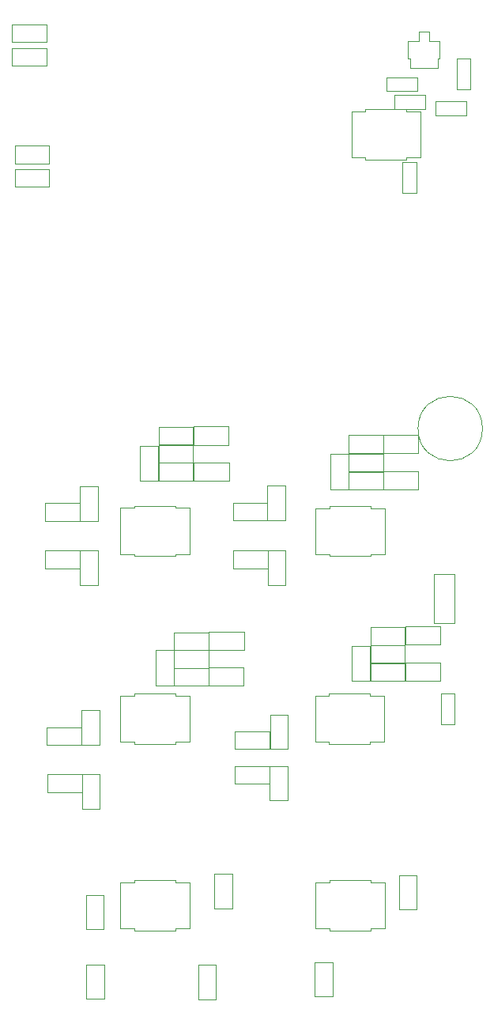
<source format=gbr>
%TF.GenerationSoftware,KiCad,Pcbnew,9.0.2-9.0.2-0~ubuntu24.04.1*%
%TF.CreationDate,2025-05-30T10:59:00-03:00*%
%TF.ProjectId,MSG25,4d534732-352e-46b6-9963-61645f706362,rev?*%
%TF.SameCoordinates,Original*%
%TF.FileFunction,Other,User*%
%FSLAX46Y46*%
G04 Gerber Fmt 4.6, Leading zero omitted, Abs format (unit mm)*
G04 Created by KiCad (PCBNEW 9.0.2-9.0.2-0~ubuntu24.04.1) date 2025-05-30 10:59:00*
%MOMM*%
%LPD*%
G01*
G04 APERTURE LIST*
%ADD10C,0.050000*%
G04 APERTURE END LIST*
D10*
%TO.C,R35*%
X115760000Y-49275000D02*
X115760000Y-51175000D01*
X115760000Y-51175000D02*
X119460000Y-51175000D01*
X119460000Y-49275000D02*
X115760000Y-49275000D01*
X119460000Y-51175000D02*
X119460000Y-49275000D01*
%TO.C,C10*%
X155530000Y-97145000D02*
X155530000Y-99105000D01*
X155530000Y-99105000D02*
X159290000Y-99105000D01*
X159290000Y-97145000D02*
X155530000Y-97145000D01*
X159290000Y-99105000D02*
X159290000Y-97145000D01*
%TO.C,C7*%
X129430000Y-94395000D02*
X129430000Y-98155000D01*
X129430000Y-98155000D02*
X131390000Y-98155000D01*
X131390000Y-94395000D02*
X129430000Y-94395000D01*
X131390000Y-98155000D02*
X131390000Y-94395000D01*
%TO.C,R26*%
X151810000Y-93275000D02*
X151810000Y-95175000D01*
X151810000Y-95175000D02*
X155510000Y-95175000D01*
X155510000Y-93275000D02*
X151810000Y-93275000D01*
X155510000Y-95175000D02*
X155510000Y-93275000D01*
%TO.C,U6*%
X148235000Y-121190000D02*
X148235000Y-126110000D01*
X148235000Y-126110000D02*
X149735000Y-126110000D01*
X149735000Y-120950000D02*
X149735000Y-121190000D01*
X149735000Y-121190000D02*
X148235000Y-121190000D01*
X149735000Y-126110000D02*
X149735000Y-126350000D01*
X149735000Y-126350000D02*
X154135000Y-126350000D01*
X154135000Y-120950000D02*
X149735000Y-120950000D01*
X154135000Y-121190000D02*
X154135000Y-120950000D01*
X154135000Y-126110000D02*
X155635000Y-126110000D01*
X154135000Y-126350000D02*
X154135000Y-126110000D01*
X155635000Y-121190000D02*
X154135000Y-121190000D01*
X155635000Y-126110000D02*
X155635000Y-121190000D01*
%TO.C,H102*%
X166150000Y-92555000D02*
G75*
G02*
X159250000Y-92555000I-3450000J0D01*
G01*
X159250000Y-92555000D02*
G75*
G02*
X166150000Y-92555000I3450000J0D01*
G01*
%TO.C,D109*%
X160960000Y-108125000D02*
X160960000Y-113425000D01*
X160960000Y-113425000D02*
X163160000Y-113425000D01*
X163160000Y-108125000D02*
X160960000Y-108125000D01*
X163160000Y-113425000D02*
X163160000Y-108125000D01*
%TO.C,C14*%
X157880000Y-113745000D02*
X157880000Y-115705000D01*
X157880000Y-115705000D02*
X161640000Y-115705000D01*
X161640000Y-113745000D02*
X157880000Y-113745000D01*
X161640000Y-115705000D02*
X161640000Y-113745000D01*
%TO.C,C12*%
X131130000Y-116295000D02*
X131130000Y-120055000D01*
X131130000Y-120055000D02*
X133090000Y-120055000D01*
X133090000Y-116295000D02*
X131130000Y-116295000D01*
X133090000Y-120055000D02*
X133090000Y-116295000D01*
%TO.C,C101*%
X161680000Y-120925000D02*
X161680000Y-124225000D01*
X161680000Y-124225000D02*
X163140000Y-124225000D01*
X163140000Y-120925000D02*
X161680000Y-120925000D01*
X163140000Y-124225000D02*
X163140000Y-120925000D01*
%TO.C,R29*%
X133110000Y-114375000D02*
X133110000Y-116275000D01*
X133110000Y-116275000D02*
X136810000Y-116275000D01*
X136810000Y-114375000D02*
X133110000Y-114375000D01*
X136810000Y-116275000D02*
X136810000Y-114375000D01*
%TO.C,C6*%
X155530000Y-93245000D02*
X155530000Y-95205000D01*
X155530000Y-95205000D02*
X159290000Y-95205000D01*
X159290000Y-93245000D02*
X155530000Y-93245000D01*
X159290000Y-95205000D02*
X159290000Y-93245000D01*
%TO.C,R128*%
X155910000Y-54965000D02*
X155910000Y-56425000D01*
X155910000Y-56425000D02*
X159210000Y-56425000D01*
X159210000Y-54965000D02*
X155910000Y-54965000D01*
X159210000Y-56425000D02*
X159210000Y-54965000D01*
%TO.C,R5*%
X119560000Y-129575000D02*
X119560000Y-131475000D01*
X119560000Y-131475000D02*
X123260000Y-131475000D01*
X123260000Y-129575000D02*
X119560000Y-129575000D01*
X123260000Y-131475000D02*
X123260000Y-129575000D01*
%TO.C,R38*%
X116060000Y-64775000D02*
X116060000Y-66675000D01*
X116060000Y-66675000D02*
X119760000Y-66675000D01*
X119760000Y-64775000D02*
X116060000Y-64775000D01*
X119760000Y-66675000D02*
X119760000Y-64775000D01*
%TO.C,R19*%
X119510000Y-124525000D02*
X119510000Y-126425000D01*
X119510000Y-126425000D02*
X123210000Y-126425000D01*
X123210000Y-124525000D02*
X119510000Y-124525000D01*
X123210000Y-126425000D02*
X123210000Y-124525000D01*
%TO.C,C13*%
X136830000Y-118145000D02*
X136830000Y-120105000D01*
X136830000Y-120105000D02*
X140590000Y-120105000D01*
X140590000Y-118145000D02*
X136830000Y-118145000D01*
X140590000Y-120105000D02*
X140590000Y-118145000D01*
%TO.C,R20*%
X123210000Y-122725000D02*
X123210000Y-126425000D01*
X123210000Y-126425000D02*
X125110000Y-126425000D01*
X125110000Y-122725000D02*
X123210000Y-122725000D01*
X125110000Y-126425000D02*
X125110000Y-122725000D01*
%TO.C,U3*%
X127385000Y-141140000D02*
X127385000Y-146060000D01*
X127385000Y-146060000D02*
X128885000Y-146060000D01*
X128885000Y-140900000D02*
X128885000Y-141140000D01*
X128885000Y-141140000D02*
X127385000Y-141140000D01*
X128885000Y-146060000D02*
X128885000Y-146300000D01*
X128885000Y-146300000D02*
X133285000Y-146300000D01*
X133285000Y-140900000D02*
X128885000Y-140900000D01*
X133285000Y-141140000D02*
X133285000Y-140900000D01*
X133285000Y-146060000D02*
X134785000Y-146060000D01*
X133285000Y-146300000D02*
X133285000Y-146060000D01*
X134785000Y-141140000D02*
X133285000Y-141140000D01*
X134785000Y-146060000D02*
X134785000Y-141140000D01*
%TO.C,R17*%
X139410000Y-100475000D02*
X139410000Y-102375000D01*
X139410000Y-102375000D02*
X143110000Y-102375000D01*
X143110000Y-100475000D02*
X139410000Y-100475000D01*
X143110000Y-102375000D02*
X143110000Y-100475000D01*
%TO.C,R4*%
X143160000Y-105625000D02*
X143160000Y-109325000D01*
X143160000Y-109325000D02*
X145060000Y-109325000D01*
X145060000Y-105625000D02*
X143160000Y-105625000D01*
X145060000Y-109325000D02*
X145060000Y-105625000D01*
%TO.C,R33*%
X154160000Y-115755000D02*
X154160000Y-117655000D01*
X154160000Y-117655000D02*
X157860000Y-117655000D01*
X157860000Y-115755000D02*
X154160000Y-115755000D01*
X157860000Y-117655000D02*
X157860000Y-115755000D01*
%TO.C,R21*%
X139660000Y-124975000D02*
X139660000Y-126875000D01*
X139660000Y-126875000D02*
X143360000Y-126875000D01*
X143360000Y-124975000D02*
X139660000Y-124975000D01*
X143360000Y-126875000D02*
X143360000Y-124975000D01*
%TO.C,C9*%
X135230000Y-96195000D02*
X135230000Y-98155000D01*
X135230000Y-98155000D02*
X138990000Y-98155000D01*
X138990000Y-96195000D02*
X135230000Y-96195000D01*
X138990000Y-98155000D02*
X138990000Y-96195000D01*
%TO.C,R8*%
X143360000Y-128675000D02*
X143360000Y-132375000D01*
X143360000Y-132375000D02*
X145260000Y-132375000D01*
X145260000Y-128675000D02*
X143360000Y-128675000D01*
X145260000Y-132375000D02*
X145260000Y-128675000D01*
%TO.C,R15*%
X157210000Y-140375000D02*
X157210000Y-144075000D01*
X157210000Y-144075000D02*
X159110000Y-144075000D01*
X159110000Y-140375000D02*
X157210000Y-140375000D01*
X159110000Y-144075000D02*
X159110000Y-140375000D01*
%TO.C,R3*%
X139460000Y-105625000D02*
X139460000Y-107525000D01*
X139460000Y-107525000D02*
X143160000Y-107525000D01*
X143160000Y-105625000D02*
X139460000Y-105625000D01*
X143160000Y-107525000D02*
X143160000Y-105625000D01*
%TO.C,R10*%
X137460000Y-140225000D02*
X137460000Y-143925000D01*
X137460000Y-143925000D02*
X139360000Y-143925000D01*
X139360000Y-140225000D02*
X137460000Y-140225000D01*
X139360000Y-143925000D02*
X139360000Y-140225000D01*
%TO.C,R30*%
X133110000Y-116275000D02*
X133110000Y-118175000D01*
X133110000Y-118175000D02*
X136810000Y-118175000D01*
X136810000Y-116275000D02*
X133110000Y-116275000D01*
X136810000Y-118175000D02*
X136810000Y-116275000D01*
%TO.C,R23*%
X131460000Y-92375000D02*
X131460000Y-94275000D01*
X131460000Y-94275000D02*
X135160000Y-94275000D01*
X135160000Y-92375000D02*
X131460000Y-92375000D01*
X135160000Y-94275000D02*
X135160000Y-92375000D01*
%TO.C,D107*%
X158190000Y-51097500D02*
X158190000Y-52897500D01*
X158190000Y-52897500D02*
X158390000Y-52897500D01*
X158390000Y-52897500D02*
X158390000Y-53927500D01*
X158390000Y-53927500D02*
X161390000Y-53927500D01*
X159340000Y-50067500D02*
X159340000Y-51097500D01*
X159340000Y-51097500D02*
X158190000Y-51097500D01*
X160440000Y-50067500D02*
X159340000Y-50067500D01*
X160440000Y-51097500D02*
X160440000Y-50067500D01*
X161390000Y-52897500D02*
X161590000Y-52897500D01*
X161390000Y-53927500D02*
X161390000Y-52897500D01*
X161590000Y-51097500D02*
X160440000Y-51097500D01*
X161590000Y-52897500D02*
X161590000Y-51097500D01*
%TO.C,R25*%
X131460000Y-96225000D02*
X131460000Y-98125000D01*
X131460000Y-98125000D02*
X135160000Y-98125000D01*
X135160000Y-96225000D02*
X131460000Y-96225000D01*
X135160000Y-98125000D02*
X135160000Y-96225000D01*
%TO.C,R14*%
X148210000Y-149675000D02*
X148210000Y-153375000D01*
X148210000Y-153375000D02*
X150110000Y-153375000D01*
X150110000Y-149675000D02*
X148210000Y-149675000D01*
X150110000Y-153375000D02*
X150110000Y-149675000D01*
%TO.C,U501*%
X152110000Y-58615000D02*
X152110000Y-63535000D01*
X152110000Y-63535000D02*
X153610000Y-63535000D01*
X153610000Y-58375000D02*
X153610000Y-58615000D01*
X153610000Y-58615000D02*
X152110000Y-58615000D01*
X153610000Y-63535000D02*
X153610000Y-63775000D01*
X153610000Y-63775000D02*
X158010000Y-63775000D01*
X158010000Y-58375000D02*
X153610000Y-58375000D01*
X158010000Y-58615000D02*
X158010000Y-58375000D01*
X158010000Y-63535000D02*
X159510000Y-63535000D01*
X158010000Y-63775000D02*
X158010000Y-63535000D01*
X159510000Y-58615000D02*
X158010000Y-58615000D01*
X159510000Y-63535000D02*
X159510000Y-58615000D01*
%TO.C,R125*%
X161130000Y-57535000D02*
X161130000Y-58995000D01*
X161130000Y-58995000D02*
X164430000Y-58995000D01*
X164430000Y-57535000D02*
X161130000Y-57535000D01*
X164430000Y-58995000D02*
X164430000Y-57535000D01*
%TO.C,R11*%
X123710000Y-149925000D02*
X123710000Y-153625000D01*
X123710000Y-153625000D02*
X125610000Y-153625000D01*
X125610000Y-149925000D02*
X123710000Y-149925000D01*
X125610000Y-153625000D02*
X125610000Y-149925000D01*
%TO.C,R124*%
X157610000Y-64015000D02*
X157610000Y-67315000D01*
X157610000Y-67315000D02*
X159070000Y-67315000D01*
X159070000Y-64015000D02*
X157610000Y-64015000D01*
X159070000Y-67315000D02*
X159070000Y-64015000D01*
%TO.C,R28*%
X151810000Y-97175000D02*
X151810000Y-99075000D01*
X151810000Y-99075000D02*
X155510000Y-99075000D01*
X155510000Y-97175000D02*
X151810000Y-97175000D01*
X155510000Y-99075000D02*
X155510000Y-97175000D01*
%TO.C,U1*%
X127385000Y-101060000D02*
X127385000Y-105980000D01*
X127385000Y-105980000D02*
X128885000Y-105980000D01*
X128885000Y-100820000D02*
X128885000Y-101060000D01*
X128885000Y-101060000D02*
X127385000Y-101060000D01*
X128885000Y-105980000D02*
X128885000Y-106220000D01*
X128885000Y-106220000D02*
X133285000Y-106220000D01*
X133285000Y-100820000D02*
X128885000Y-100820000D01*
X133285000Y-101060000D02*
X133285000Y-100820000D01*
X133285000Y-105980000D02*
X134785000Y-105980000D01*
X133285000Y-106220000D02*
X133285000Y-105980000D01*
X134785000Y-101060000D02*
X133285000Y-101060000D01*
X134785000Y-105980000D02*
X134785000Y-101060000D01*
%TO.C,R126*%
X156700000Y-56865000D02*
X156700000Y-58325000D01*
X156700000Y-58325000D02*
X160000000Y-58325000D01*
X160000000Y-56865000D02*
X156700000Y-56865000D01*
X160000000Y-58325000D02*
X160000000Y-56865000D01*
%TO.C,C8*%
X149830000Y-95307500D02*
X149830000Y-99067500D01*
X149830000Y-99067500D02*
X151790000Y-99067500D01*
X151790000Y-95307500D02*
X149830000Y-95307500D01*
X151790000Y-99067500D02*
X151790000Y-95307500D01*
%TO.C,R34*%
X154160000Y-117675000D02*
X154160000Y-119575000D01*
X154160000Y-119575000D02*
X157860000Y-119575000D01*
X157860000Y-117675000D02*
X154160000Y-117675000D01*
X157860000Y-119575000D02*
X157860000Y-117675000D01*
%TO.C,R6*%
X123260000Y-129575000D02*
X123260000Y-133275000D01*
X123260000Y-133275000D02*
X125160000Y-133275000D01*
X125160000Y-129575000D02*
X123260000Y-129575000D01*
X125160000Y-133275000D02*
X125160000Y-129575000D01*
%TO.C,R1*%
X119310000Y-105625000D02*
X119310000Y-107525000D01*
X119310000Y-107525000D02*
X123010000Y-107525000D01*
X123010000Y-105625000D02*
X119310000Y-105625000D01*
X123010000Y-107525000D02*
X123010000Y-105625000D01*
%TO.C,R12*%
X123060000Y-98725000D02*
X123060000Y-102425000D01*
X123060000Y-102425000D02*
X124960000Y-102425000D01*
X124960000Y-98725000D02*
X123060000Y-98725000D01*
X124960000Y-102425000D02*
X124960000Y-98725000D01*
%TO.C,R7*%
X139660000Y-128675000D02*
X139660000Y-130575000D01*
X139660000Y-130575000D02*
X143360000Y-130575000D01*
X143360000Y-128675000D02*
X139660000Y-128675000D01*
X143360000Y-130575000D02*
X143360000Y-128675000D01*
%TO.C,C15*%
X152167500Y-115807500D02*
X152167500Y-119567500D01*
X152167500Y-119567500D02*
X154127500Y-119567500D01*
X154127500Y-115807500D02*
X152167500Y-115807500D01*
X154127500Y-119567500D02*
X154127500Y-115807500D01*
%TO.C,R32*%
X154160000Y-113825000D02*
X154160000Y-115725000D01*
X154160000Y-115725000D02*
X157860000Y-115725000D01*
X157860000Y-113825000D02*
X154160000Y-113825000D01*
X157860000Y-115725000D02*
X157860000Y-113825000D01*
%TO.C,R36*%
X115760000Y-51825000D02*
X115760000Y-53725000D01*
X115760000Y-53725000D02*
X119460000Y-53725000D01*
X119460000Y-51825000D02*
X115760000Y-51825000D01*
X119460000Y-53725000D02*
X119460000Y-51825000D01*
%TO.C,C16*%
X157880000Y-117645000D02*
X157880000Y-119605000D01*
X157880000Y-119605000D02*
X161640000Y-119605000D01*
X161640000Y-117645000D02*
X157880000Y-117645000D01*
X161640000Y-119605000D02*
X161640000Y-117645000D01*
%TO.C,R13*%
X123660000Y-142475000D02*
X123660000Y-146175000D01*
X123660000Y-146175000D02*
X125560000Y-146175000D01*
X125560000Y-142475000D02*
X123660000Y-142475000D01*
X125560000Y-146175000D02*
X125560000Y-142475000D01*
%TO.C,U4*%
X148285000Y-141150000D02*
X148285000Y-146070000D01*
X148285000Y-146070000D02*
X149785000Y-146070000D01*
X149785000Y-140910000D02*
X149785000Y-141150000D01*
X149785000Y-141150000D02*
X148285000Y-141150000D01*
X149785000Y-146070000D02*
X149785000Y-146310000D01*
X149785000Y-146310000D02*
X154185000Y-146310000D01*
X154185000Y-140910000D02*
X149785000Y-140910000D01*
X154185000Y-141150000D02*
X154185000Y-140910000D01*
X154185000Y-146070000D02*
X155685000Y-146070000D01*
X154185000Y-146310000D02*
X154185000Y-146070000D01*
X155685000Y-141150000D02*
X154185000Y-141150000D01*
X155685000Y-146070000D02*
X155685000Y-141150000D01*
%TO.C,R27*%
X151810000Y-95225000D02*
X151810000Y-97125000D01*
X151810000Y-97125000D02*
X155510000Y-97125000D01*
X155510000Y-95225000D02*
X151810000Y-95225000D01*
X155510000Y-97125000D02*
X155510000Y-95225000D01*
%TO.C,C11*%
X136842500Y-114345000D02*
X136842500Y-116305000D01*
X136842500Y-116305000D02*
X140602500Y-116305000D01*
X140602500Y-114345000D02*
X136842500Y-114345000D01*
X140602500Y-116305000D02*
X140602500Y-114345000D01*
%TO.C,R22*%
X143410000Y-123175000D02*
X143410000Y-126875000D01*
X143410000Y-126875000D02*
X145310000Y-126875000D01*
X145310000Y-123175000D02*
X143410000Y-123175000D01*
X145310000Y-126875000D02*
X145310000Y-123175000D01*
%TO.C,R127*%
X163430000Y-52895000D02*
X163430000Y-56195000D01*
X163430000Y-56195000D02*
X164890000Y-56195000D01*
X164890000Y-52895000D02*
X163430000Y-52895000D01*
X164890000Y-56195000D02*
X164890000Y-52895000D01*
%TO.C,R16*%
X119310000Y-100525000D02*
X119310000Y-102425000D01*
X119310000Y-102425000D02*
X123010000Y-102425000D01*
X123010000Y-100525000D02*
X119310000Y-100525000D01*
X123010000Y-102425000D02*
X123010000Y-100525000D01*
%TO.C,R31*%
X133110000Y-118175000D02*
X133110000Y-120075000D01*
X133110000Y-120075000D02*
X136810000Y-120075000D01*
X136810000Y-118175000D02*
X133110000Y-118175000D01*
X136810000Y-120075000D02*
X136810000Y-118175000D01*
%TO.C,U5*%
X127385000Y-121190000D02*
X127385000Y-126110000D01*
X127385000Y-126110000D02*
X128885000Y-126110000D01*
X128885000Y-120950000D02*
X128885000Y-121190000D01*
X128885000Y-121190000D02*
X127385000Y-121190000D01*
X128885000Y-126110000D02*
X128885000Y-126350000D01*
X128885000Y-126350000D02*
X133285000Y-126350000D01*
X133285000Y-120950000D02*
X128885000Y-120950000D01*
X133285000Y-121190000D02*
X133285000Y-120950000D01*
X133285000Y-126110000D02*
X134785000Y-126110000D01*
X133285000Y-126350000D02*
X133285000Y-126110000D01*
X134785000Y-121190000D02*
X133285000Y-121190000D01*
X134785000Y-126110000D02*
X134785000Y-121190000D01*
%TO.C,R37*%
X116060000Y-62275000D02*
X116060000Y-64175000D01*
X116060000Y-64175000D02*
X119760000Y-64175000D01*
X119760000Y-62275000D02*
X116060000Y-62275000D01*
X119760000Y-64175000D02*
X119760000Y-62275000D01*
%TO.C,R24*%
X131460000Y-94325000D02*
X131460000Y-96225000D01*
X131460000Y-96225000D02*
X135160000Y-96225000D01*
X135160000Y-94325000D02*
X131460000Y-94325000D01*
X135160000Y-96225000D02*
X135160000Y-94325000D01*
%TO.C,U2*%
X148285000Y-101070000D02*
X148285000Y-105990000D01*
X148285000Y-105990000D02*
X149785000Y-105990000D01*
X149785000Y-100830000D02*
X149785000Y-101070000D01*
X149785000Y-101070000D02*
X148285000Y-101070000D01*
X149785000Y-105990000D02*
X149785000Y-106230000D01*
X149785000Y-106230000D02*
X154185000Y-106230000D01*
X154185000Y-100830000D02*
X149785000Y-100830000D01*
X154185000Y-101070000D02*
X154185000Y-100830000D01*
X154185000Y-105990000D02*
X155685000Y-105990000D01*
X154185000Y-106230000D02*
X154185000Y-105990000D01*
X155685000Y-101070000D02*
X154185000Y-101070000D01*
X155685000Y-105990000D02*
X155685000Y-101070000D01*
%TO.C,R18*%
X143110000Y-98675000D02*
X143110000Y-102375000D01*
X143110000Y-102375000D02*
X145010000Y-102375000D01*
X145010000Y-98675000D02*
X143110000Y-98675000D01*
X145010000Y-102375000D02*
X145010000Y-98675000D01*
%TO.C,R2*%
X123060000Y-105625000D02*
X123060000Y-109325000D01*
X123060000Y-109325000D02*
X124960000Y-109325000D01*
X124960000Y-105625000D02*
X123060000Y-105625000D01*
X124960000Y-109325000D02*
X124960000Y-105625000D01*
%TO.C,C5*%
X135180000Y-92345000D02*
X135180000Y-94305000D01*
X135180000Y-94305000D02*
X138940000Y-94305000D01*
X138940000Y-92345000D02*
X135180000Y-92345000D01*
X138940000Y-94305000D02*
X138940000Y-92345000D01*
%TO.C,R9*%
X135710000Y-149975000D02*
X135710000Y-153675000D01*
X135710000Y-153675000D02*
X137610000Y-153675000D01*
X137610000Y-149975000D02*
X135710000Y-149975000D01*
X137610000Y-153675000D02*
X137610000Y-149975000D01*
%TD*%
M02*

</source>
